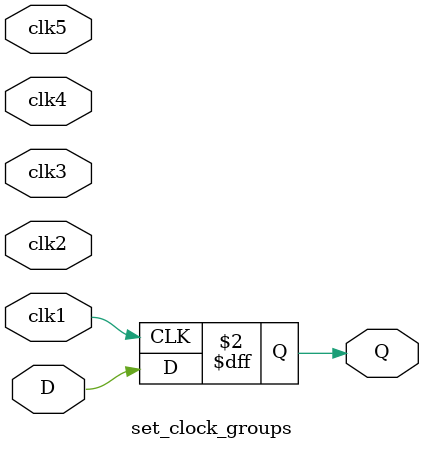
<source format=v>
/*
Command: set_clock_groups
Description:
    -Defines clocks or groups of clocks that are exclusive with or asynchronous to others  
    
SDC Example:
    set_clock_groups -group clk1 -group clk5
    set_clock_groups -asynchronous -group {clk2 clk3}
*/

//Main module
module set_clock_groups(
    input wire clk1,
    input wire clk2,
    input wire clk3,
    input wire clk4,
    input wire clk5,
    input wire D, 
    output reg Q
);
    always @(posedge clk1) begin
        Q <= D;
    end

endmodule
</source>
